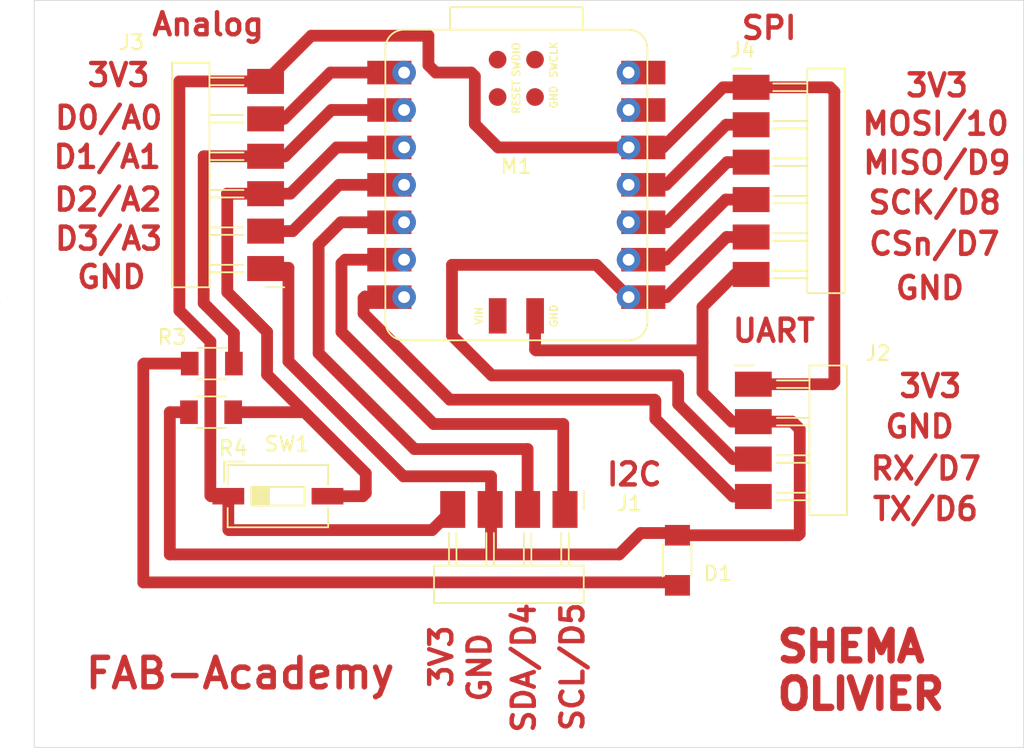
<source format=kicad_pcb>
(kicad_pcb (version 20240108) (generator "pcbnew") (generator_version "8.0")
  (layers (0 "F.Cu" signal) (31 "B.Cu" signal) (34 "B.Paste" user) (35 "F.Paste" user) (36 "B.SilkS" user "B.Silkscreen") (37 "F.SilkS" user "F.Silkscreen") (38 "B.Mask" user) (39 "F.Mask" user) (44 "Edge.Cuts" user))
  (net 0 "")
  (net 1 "GND")
  (net 2 "Net-(D1-A)")
  (net 3 "SCL")
  (net 4 "SDA")
  (net 5 "PWR_3V3")
  (net 6 "RX{slash}CSn")
  (net 7 "TX")
  (net 8 "D3")
  (net 9 "D2")
  (net 10 "D1")
  (net 11 "D0")
  (net 12 "SCK")
  (net 13 "MISO")
  (net 14 "MOSI")
  (footprint "fab-foot:LED_1206" (layer "F.Cu") (at 48.1 39.825 -90)
    (property "Reference" "D1" (at 0.9 -2.75 180) (layer "F.SilkS"))
    (property "Value" "LED")
    (fp_line (start -1.1 1) (end 1.1 1) (stroke (width 0.12)) (layer "F.SilkS"))
    (fp_line (start -1.1 -0.95) (end 1.1 -0.95) (stroke (width 0.12)) (layer "F.SilkS"))
    (pad "1" smd rect (at -1.7 0 270) (size 1.4 1.7) (layers "F.Cu" "F.Paste" "F.Mask") (net 1 "GND"))
    (pad "2" smd rect (at 1.7 0 270) (size 1.4 1.7) (layers "F.Cu" "F.Paste" "F.Mask") (net 2 "Net-(D1-A)"))
  )
  (footprint "fab-foot:SeeedStudio_XIAO_RP2040" (layer "F.Cu") (at 37.165 14.345)
    (property "Reference" "M1" (at 0 -1.27 0) (layer "F.SilkS"))
    (property "Value" "Module_XIAO-RP2040")
    (fp_line (start -8.8875 9.281) (end -8.8875 -9.261) (stroke (width 0.12)) (layer "F.SilkS"))
    (fp_line (start -7.6175 -10.531) (end 7.6225 -10.531) (stroke (width 0.12)) (layer "F.SilkS"))
    (fp_line (start 7.6225 10.551) (end -7.6175 10.551) (stroke (width 0.12)) (layer "F.SilkS"))
    (fp_line (start 8.8925 -9.261) (end 8.8925 9.281) (stroke (width 0.12)) (layer "F.SilkS"))
    (fp_rect (start -4.4975 -10.531) (end 4.5025 -12.055) (stroke (width 0.12)) (fill none) (layer "F.SilkS"))
    (fp_arc (start -8.8875 -9.261) (mid -8.515526 -10.159026) (end -7.6175 -10.531) (stroke (width 0.12)) (layer "F.SilkS"))
    (fp_arc (start -7.6175 10.551) (mid -8.515526 10.179026) (end -8.8875 9.281) (stroke (width 0.12)) (layer "F.SilkS"))
    (fp_arc (start 7.6225 -10.531) (mid 8.520526 -10.159026) (end 8.8925 -9.261) (stroke (width 0.12)) (layer "F.SilkS"))
    (fp_arc (start 8.8925 9.281) (mid 8.520526 10.179026) (end 7.6225 10.551) (stroke (width 0.12)) (layer "F.SilkS"))
    (fp_text user "RESET" (at 0 -5.96 90) (layer "F.SilkS") (effects (font (size 0.5 0.5) (thickness 0.1) (bold yes))))
    (fp_text user "SWDIO" (at 0 -8.5 90) (layer "F.SilkS") (effects (font (size 0.5 0.5) (thickness 0.1) (bold yes))))
    (fp_text user "GND" (at 2.54 -5.96 90) (layer "F.SilkS") (effects (font (size 0.5 0.5) (thickness 0.1) (bold yes))))
    (fp_text user "VIN" (at -2.535 8.89 90) (layer "F.SilkS") (effects (font (size 0.5 0.5) (thickness 0.1) (bold yes))))
    (fp_text user "SWCLK" (at 2.54 -8.5 90) (layer "F.SilkS") (effects (font (size 0.5 0.5) (thickness 0.1) (bold yes))))
    (fp_text user "GND" (at 2.545 8.89 90) (layer "F.SilkS") (effects (font (size 0.5 0.5) (thickness 0.1) (bold yes))))
    (pad "1" thru_hole circle (at -7.615 -7.62) (size 1.6 1.6) (drill 0.8) (layers "*.Cu" "*.Mask") (net 11 "D0"))
    (pad "1" smd rect (at -7.615 -7.62) (size 3 1.6) (drill (offset -1 0)) (layers "F.Cu" "F.Paste" "F.Mask") (net 11 "D0"))
    (pad "2" thru_hole circle (at -7.615 -5.08) (size 1.6 1.6) (drill 0.8) (layers "*.Cu" "*.Mask") (net 10 "D1"))
    (pad "2" smd rect (at -7.615 -5.08) (size 3 1.6) (drill (offset -1 0)) (layers "F.Cu" "F.Paste" "F.Mask") (net 10 "D1"))
    (pad "3" thru_hole circle (at -7.615 -2.54) (size 1.6 1.6) (drill 0.8) (layers "*.Cu" "*.Mask") (net 9 "D2"))
    (pad "3" smd rect (at -7.615 -2.54) (size 3 1.6) (drill (offset -1 0)) (layers "F.Cu" "F.Paste" "F.Mask") (net 9 "D2"))
    (pad "4" thru_hole circle (at -7.615 0) (size 1.6 1.6) (drill 0.8) (layers "*.Cu" "*.Mask") (net 8 "D3"))
    (pad "4" smd rect (at -7.615 0) (size 3 1.6) (drill (offset -1 0)) (layers "F.Cu" "F.Paste" "F.Mask") (net 8 "D3"))
    (pad "5" thru_hole circle (at -7.615 2.54) (size 1.6 1.6) (drill 0.8) (layers "*.Cu" "*.Mask") (net 4 "SDA"))
    (pad "5" smd rect (at -7.615 2.54) (size 3 1.6) (drill (offset -1 0)) (layers "F.Cu" "F.Paste" "F.Mask") (net 4 "SDA"))
    (pad "6" thru_hole circle (at -7.615 5.08) (size 1.6 1.6) (drill 0.8) (layers "*.Cu" "*.Mask") (net 3 "SCL"))
    (pad "6" smd rect (at -7.615 5.08) (size 3 1.6) (drill (offset -1 0)) (layers "F.Cu" "F.Paste" "F.Mask") (net 3 "SCL"))
    (pad "7" thru_hole circle (at -7.615 7.62) (size 1.6 1.6) (drill 0.8) (layers "*.Cu" "*.Mask") (net 7 "TX"))
    (pad "7" smd rect (at -7.615 7.62) (size 3 1.6) (drill (offset -1 0)) (layers "F.Cu" "F.Paste" "F.Mask") (net 7 "TX"))
    (pad "8" thru_hole circle (at 7.62 7.62) (size 1.6 1.6) (drill 0.8) (layers "*.Cu" "*.Mask") (net 6 "RX{slash}CSn"))
    (pad "8" smd rect (at 7.62 7.62) (size 3 1.6) (drill (offset 1 0)) (layers "F.Cu" "F.Paste" "F.Mask") (net 6 "RX{slash}CSn"))
    (pad "9" thru_hole circle (at 7.62 5.08) (size 1.6 1.6) (drill 0.8) (layers "*.Cu" "*.Mask") (net 12 "SCK"))
    (pad "9" smd rect (at 7.62 5.08) (size 3 1.6) (drill (offset 1 0)) (layers "F.Cu" "F.Paste" "F.Mask") (net 12 "SCK"))
    (pad "10" thru_hole circle (at 7.62 2.54) (size 1.6 1.6) (drill 0.8) (layers "*.Cu" "*.Mask") (net 13 "MISO"))
    (pad "10" smd rect (at 7.62 2.54) (size 3 1.6) (drill (offset 1 0)) (layers "F.Cu" "F.Paste" "F.Mask") (net 13 "MISO"))
    (pad "11" thru_hole circle (at 7.62 0) (size 1.6 1.6) (drill 0.8) (layers "*.Cu" "*.Mask") (net 14 "MOSI"))
    (pad "11" smd rect (at 7.62 0) (size 3 1.6) (drill (offset 1 0)) (layers "F.Cu" "F.Paste" "F.Mask") (net 14 "MOSI"))
    (pad "12" thru_hole circle (at 7.62 -2.54) (size 1.6 1.6) (drill 0.8) (layers "*.Cu" "*.Mask") (net 5 "PWR_3V3"))
    (pad "12" smd rect (at 7.62 -2.54) (size 3 1.6) (drill (offset 1 0)) (layers "F.Cu" "F.Paste" "F.Mask") (net 5 "PWR_3V3"))
    (pad "13" thru_hole circle (at 7.62 -5.08) (size 1.6 1.6) (drill 0.8) (layers "*.Cu" "*.Mask"))
    (pad "13" smd rect (at 7.62 -5.08) (size 3 1.6) (drill (offset 1 0)) (layers "F.Cu" "F.Paste" "F.Mask"))
    (pad "14" thru_hole circle (at 7.62 -7.62) (size 1.6 1.6) (drill 0.8) (layers "*.Cu" "*.Mask"))
    (pad "14" smd rect (at 7.62 -7.62) (size 3 1.6) (drill (offset 1 0)) (layers "F.Cu" "F.Paste" "F.Mask"))
    (pad "15" smd rect (at 1.275 8.89 270) (size 2.4 1.2) (layers "F.Cu" "F.Paste" "F.Mask") (net 1 "GND"))
    (pad "16" smd rect (at -1.265 8.89 270) (size 2.4 1.2) (layers "F.Cu" "F.Paste" "F.Mask"))
    (pad "17" smd circle (at -1.27 -8.5) (size 1.2 1.2) (layers "F.Cu" "F.Paste" "F.Mask"))
    (pad "18" smd circle (at -1.27 -5.96) (size 1.2 1.2) (layers "F.Cu" "F.Paste" "F.Mask"))
    (pad "19" smd circle (at 1.27 -5.96) (size 1.2 1.2) (layers "F.Cu" "F.Paste" "F.Mask"))
    (pad "20" smd circle (at 1.27 -8.5) (size 1.2 1.2) (layers "F.Cu" "F.Paste" "F.Mask"))
  )
  (footprint "fab-foot:PinHeader_01x04_P2.54mm_Horizontal_SMD" (layer "F.Cu") (at 40.47 36.375 -90)
    (property "Reference" "J1" (at -0.4 -3.43 180) (layer "F.SilkS") (effects (justify left)))
    (property "Value" "I2C")
    (fp_line (start 3.81 8.89) (end 3.81 -1.27) (stroke (width 0.12)) (layer "F.SilkS"))
    (fp_line (start 6.35 8.89) (end 3.81 8.89) (stroke (width 0.12)) (layer "F.SilkS"))
    (fp_line (start 3.81 7.874) (end 1.6 7.874) (stroke (width 0.12)) (layer "F.SilkS"))
    (fp_line (start 3.81 7.366) (end 1.6 7.366) (stroke (width 0.12)) (layer "F.SilkS"))
    (fp_line (start 3.81 5.334) (end 1.6 5.334) (stroke (width 0.12)) (layer "F.SilkS"))
    (fp_line (start 3.81 4.826) (end 1.6 4.826) (stroke (width 0.12)) (layer "F.SilkS"))
    (fp_line (start 3.81 2.794) (end 1.6 2.794) (stroke (width 0.12)) (layer "F.SilkS"))
    (fp_line (start 3.81 2.286) (end 1.6 2.286) (stroke (width 0.12)) (layer "F.SilkS"))
    (fp_line (start 3.81 0.254) (end 1.6 0.254) (stroke (width 0.12)) (layer "F.SilkS"))
    (fp_line (start 3.81 -0.254) (end 1.6 -0.254) (stroke (width 0.12)) (layer "F.SilkS"))
    (fp_line (start -1.27 -1.27) (end 0 -1.27) (stroke (width 0.12)) (layer "F.SilkS"))
    (fp_line (start 3.81 -1.27) (end 6.35 -1.27) (stroke (width 0.12)) (layer "F.SilkS"))
    (fp_line (start 6.35 -1.27) (end 6.35 8.89) (stroke (width 0.12)) (layer "F.SilkS"))
    (pad "1" smd rect (at 0 0 270) (size 2.5 1.7) (layers "F.Cu" "F.Paste" "F.Mask") (net 3 "SCL"))
    (pad "2" smd rect (at 0 2.54 270) (size 2.5 1.7) (layers "F.Cu" "F.Paste" "F.Mask") (net 4 "SDA"))
    (pad "3" smd rect (at 0 5.08 270) (size 2.5 1.7) (layers "F.Cu" "F.Paste" "F.Mask") (net 1 "GND"))
    (pad "4" smd rect (at 0 7.62 270) (size 2.5 1.7) (layers "F.Cu" "F.Paste" "F.Mask") (net 5 "PWR_3V3"))
  )
  (footprint "fab-foot:PinHeader_01x06_P2.54mm_Horizontal_SMD" (layer "F.Cu") (at 20.15 20.025 180)
    (property "Reference" "J3" (at 10.05 15.35 0) (layer "F.SilkS") (effects (justify left)))
    (property "Value" "Analog pins")
    (fp_line (start 6.35 13.97) (end 3.81 13.97) (stroke (width 0.12)) (layer "F.SilkS"))
    (fp_line (start 6.35 -1.27) (end 6.35 13.97) (stroke (width 0.12)) (layer "F.SilkS"))
    (fp_line (start 3.81 13.97) (end 3.81 -1.27) (stroke (width 0.12)) (layer "F.SilkS"))
    (fp_line (start 3.81 12.954) (end 1.5 12.954) (stroke (width 0.12)) (layer "F.SilkS"))
    (fp_line (start 3.81 12.446) (end 1.5 12.446) (stroke (width 0.12)) (layer "F.SilkS"))
    (fp_line (start 3.81 10.414) (end 1.5 10.414) (stroke (width 0.12)) (layer "F.SilkS"))
    (fp_line (start 3.81 9.906) (end 1.5 9.906) (stroke (width 0.12)) (layer "F.SilkS"))
    (fp_line (start 3.81 7.874) (end 1.5 7.874) (stroke (width 0.12)) (layer "F.SilkS"))
    (fp_line (start 3.81 7.366) (end 1.5 7.366) (stroke (width 0.12)) (layer "F.SilkS"))
    (fp_line (start 3.81 5.334) (end 1.5 5.334) (stroke (width 0.12)) (layer "F.SilkS"))
    (fp_line (start 3.81 4.826) (end 1.5 4.826) (stroke (width 0.12)) (layer "F.SilkS"))
    (fp_line (start 3.81 2.794) (end 1.5 2.794) (stroke (width 0.12)) (layer "F.SilkS"))
    (fp_line (start 3.81 2.286) (end 1.5 2.286) (stroke (width 0.12)) (layer "F.SilkS"))
    (fp_line (start 3.81 0.254) (end 1.5 0.254) (stroke (width 0.12)) (layer "F.SilkS"))
    (fp_line (start 3.81 -0.254) (end 1.5 -0.254) (stroke (width 0.12)) (layer "F.SilkS"))
    (fp_line (start 3.81 -1.27) (end 6.35 -1.27) (stroke (width 0.12)) (layer "F.SilkS"))
    (fp_line (start -1.27 -1.27) (end 0 -1.27) (stroke (width 0.12)) (layer "F.SilkS"))
    (pad "1" smd rect (at 0 0 180) (size 2.5 1.7) (layers "F.Cu" "F.Paste" "F.Mask") (net 1 "GND"))
    (pad "2" smd rect (at 0 2.54 180) (size 2.5 1.7) (layers "F.Cu" "F.Paste" "F.Mask") (net 8 "D3"))
    (pad "3" smd rect (at 0 5.08 180) (size 2.5 1.7) (layers "F.Cu" "F.Paste" "F.Mask") (net 9 "D2"))
    (pad "4" smd rect (at 0 7.62 180) (size 2.5 1.7) (layers "F.Cu" "F.Paste" "F.Mask") (net 10 "D1"))
    (pad "5" smd rect (at 0 10.16 180) (size 2.5 1.7) (layers "F.Cu" "F.Paste" "F.Mask") (net 11 "D0"))
    (pad "6" smd rect (at 0 12.7 180) (size 2.5 1.7) (layers "F.Cu" "F.Paste" "F.Mask") (net 5 "PWR_3V3"))
  )
  (footprint "fab-foot:PinHeader_01x06_P2.54mm_Horizontal_SMD" (layer "F.Cu") (at 53.1 7.725)
    (property "Reference" "J4" (at -1.524 -2.54 180) (layer "F.SilkS") (effects (justify left)))
    (property "Value" "SPI")
    (fp_line (start -1.27 -1.27) (end 0 -1.27) (stroke (width 0.12)) (layer "F.SilkS"))
    (fp_line (start 3.81 -1.27) (end 6.35 -1.27) (stroke (width 0.12)) (layer "F.SilkS"))
    (fp_line (start 3.81 -0.254) (end 1.5 -0.254) (stroke (width 0.12)) (layer "F.SilkS"))
    (fp_line (start 3.81 0.254) (end 1.5 0.254) (stroke (width 0.12)) (layer "F.SilkS"))
    (fp_line (start 3.81 2.286) (end 1.5 2.286) (stroke (width 0.12)) (layer "F.SilkS"))
    (fp_line (start 3.81 2.794) (end 1.5 2.794) (stroke (width 0.12)) (layer "F.SilkS"))
    (fp_line (start 3.81 4.826) (end 1.5 4.826) (stroke (width 0.12)) (layer "F.SilkS"))
    (fp_line (start 3.81 5.334) (end 1.5 5.334) (stroke (width 0.12)) (layer "F.SilkS"))
    (fp_line (start 3.81 7.366) (end 1.5 7.366) (stroke (width 0.12)) (layer "F.SilkS"))
    (fp_line (start 3.81 7.874) (end 1.5 7.874) (stroke (width 0.12)) (layer "F.SilkS"))
    (fp_line (start 3.81 9.906) (end 1.5 9.906) (stroke (width 0.12)) (layer "F.SilkS"))
    (fp_line (start 3.81 10.414) (end 1.5 10.414) (stroke (width 0.12)) (layer "F.SilkS"))
    (fp_line (start 3.81 12.446) (end 1.5 12.446) (stroke (width 0.12)) (layer "F.SilkS"))
    (fp_line (start 3.81 12.954) (end 1.5 12.954) (stroke (width 0.12)) (layer "F.SilkS"))
    (fp_line (start 3.81 13.97) (end 3.81 -1.27) (stroke (width 0.12)) (layer "F.SilkS"))
    (fp_line (start 6.35 -1.27) (end 6.35 13.97) (stroke (width 0.12)) (layer "F.SilkS"))
    (fp_line (start 6.35 13.97) (end 3.81 13.97) (stroke (width 0.12)) (layer "F.SilkS"))
    (pad "1" smd rect (at 0 0) (size 2.5 1.7) (layers "F.Cu" "F.Paste" "F.Mask") (net 5 "PWR_3V3"))
    (pad "2" smd rect (at 0 2.54) (size 2.5 1.7) (layers "F.Cu" "F.Paste" "F.Mask") (net 14 "MOSI"))
    (pad "3" smd rect (at 0 5.08) (size 2.5 1.7) (layers "F.Cu" "F.Paste" "F.Mask") (net 13 "MISO"))
    (pad "4" smd rect (at 0 7.62) (size 2.5 1.7) (layers "F.Cu" "F.Paste" "F.Mask") (net 12 "SCK"))
    (pad "5" smd rect (at 0 10.16) (size 2.5 1.7) (layers "F.Cu" "F.Paste" "F.Mask") (net 6 "RX{slash}CSn"))
    (pad "6" smd rect (at 0 12.7) (size 2.5 1.7) (layers "F.Cu" "F.Paste" "F.Mask") (net 1 "GND"))
  )
  (footprint "Button_Switch_SMD:SW_DIP_SPSTx01_Slide_6.7x4.1mm_W6.73mm_P2.54mm_LowProfile_JPin" (layer "F.Cu") (at 20.985 35.475)
    (property "Reference" "SW1" (at 0.615 -3.55 0) (layer "F.SilkS"))
    (property "Value" "SW_Push")
    (fp_line (start -3.65 -2.35) (end -3.65 -0.967) (stroke (width 0.12)) (layer "F.SilkS"))
    (fp_line (start -3.65 -2.35) (end -2.267 -2.35) (stroke (width 0.12)) (layer "F.SilkS"))
    (fp_line (start -3.41 -2.11) (end -3.41 -0.8) (stroke (width 0.12)) (layer "F.SilkS"))
    (fp_line (start -3.41 -2.11) (end 3.41 -2.11) (stroke (width 0.12)) (layer "F.SilkS"))
    (fp_line (start -3.41 0.8) (end -3.41 2.11) (stroke (width 0.12)) (layer "F.SilkS"))
    (fp_line (start -3.41 2.11) (end 3.41 2.11) (stroke (width 0.12)) (layer "F.SilkS"))
    (fp_line (start -1.81 -0.635) (end -1.81 0.635) (stroke (width 0.12)) (layer "F.SilkS"))
    (fp_line (start -1.81 -0.515) (end -0.603333 -0.515) (stroke (width 0.12)) (layer "F.SilkS"))
    (fp_line (start -1.81 -0.395) (end -0.603333 -0.395) (stroke (width 0.12)) (layer "F.SilkS"))
    (fp_line (start -1.81 -0.275) (end -0.603333 -0.275) (stroke (width 0.12)) (layer "F.SilkS"))
    (fp_line (start -1.81 -0.155) (end -0.603333 -0.155) (stroke (width 0.12)) (layer "F.SilkS"))
    (fp_line (start -1.81 -0.035) (end -0.603333 -0.035) (stroke (width 0.12)) (layer "F.SilkS"))
    (fp_line (start -1.81 0.085) (end -0.603333 0.085) (stroke (width 0.12)) (layer "F.SilkS"))
    (fp_line (start -1.81 0.205) (end -0.603333 0.205) (stroke (width 0.12)) (layer "F.SilkS"))
    (fp_line (start -1.81 0.325) (end -0.603333 0.325) (stroke (width 0.12)) (layer "F.SilkS"))
    (fp_line (start -1.81 0.445) (end -0.603333 0.445) (stroke (width 0.12)) (layer "F.SilkS"))
    (fp_line (start -1.81 0.565) (end -0.603333 0.565) (stroke (width 0.12)) (layer "F.SilkS"))
    (fp_line (start -1.81 0.635) (end 1.81 0.635) (stroke (width 0.12)) (layer "F.SilkS"))
    (fp_line (start -0.603333 -0.635) (end -0.603333 0.635) (stroke (width 0.12)) (layer "F.SilkS"))
    (fp_line (start 1.81 -0.635) (end -1.81 -0.635) (stroke (width 0.12)) (layer "F.SilkS"))
    (fp_line (start 1.81 0.635) (end 1.81 -0.635) (stroke (width 0.12)) (layer "F.SilkS"))
    (fp_line (start 3.41 -2.11) (end 3.41 -0.8) (stroke (width 0.12)) (layer "F.SilkS"))
    (fp_line (start 3.41 0.8) (end 3.41 2.11) (stroke (width 0.12)) (layer "F.SilkS"))
    (pad "1" smd rect (at -3.365 0) (size 2.16 1.12) (layers "F.Cu" "F.Paste" "F.Mask") (net 5 "PWR_3V3"))
    (pad "2" smd rect (at 3.365 0) (size 2.16 1.12) (layers "F.Cu" "F.Paste" "F.Mask") (net 9 "D2"))
  )
  (footprint "fab-foot:PinHeader_01x04_P2.54mm_Horizontal_SMD" (layer "F.Cu") (at 53.25 27.875)
    (property "Reference" "J2" (at 7.5 -2.1 180) (layer "F.SilkS") (effects (justify left)))
    (property "Value" "UART")
    (fp_line (start -1.27 -1.27) (end 0 -1.27) (stroke (width 0.12)) (layer "F.SilkS"))
    (fp_line (start 3.81 -1.27) (end 6.35 -1.27) (stroke (width 0.12)) (layer "F.SilkS"))
    (fp_line (start 3.81 -0.254) (end 1.6 -0.254) (stroke (width 0.12)) (layer "F.SilkS"))
    (fp_line (start 3.81 0.254) (end 1.6 0.254) (stroke (width 0.12)) (layer "F.SilkS"))
    (fp_line (start 3.81 2.286) (end 1.6 2.286) (stroke (width 0.12)) (layer "F.SilkS"))
    (fp_line (start 3.81 2.794) (end 1.6 2.794) (stroke (width 0.12)) (layer "F.SilkS"))
    (fp_line (start 3.81 4.826) (end 1.6 4.826) (stroke (width 0.12)) (layer "F.SilkS"))
    (fp_line (start 3.81 5.334) (end 1.6 5.334) (stroke (width 0.12)) (layer "F.SilkS"))
    (fp_line (start 3.81 7.366) (end 1.6 7.366) (stroke (width 0.12)) (layer "F.SilkS"))
    (fp_line (start 3.81 7.874) (end 1.6 7.874) (stroke (width 0.12)) (layer "F.SilkS"))
    (fp_line (start 3.81 8.89) (end 3.81 -1.27) (stroke (width 0.12)) (layer "F.SilkS"))
    (fp_line (start 6.35 -1.27) (end 6.35 8.89) (stroke (width 0.12)) (layer "F.SilkS"))
    (fp_line (start 6.35 8.89) (end 3.81 8.89) (stroke (width 0.12)) (layer "F.SilkS"))
    (pad "1" smd rect (at 0 0) (size 2.5 1.7) (layers "F.Cu" "F.Paste" "F.Mask") (net 5 "PWR_3V3"))
    (pad "2" smd rect (at 0 2.54) (size 2.5 1.7) (layers "F.Cu" "F.Paste" "F.Mask") (net 1 "GND"))
    (pad "3" smd rect (at 0 5.08) (size 2.5 1.7) (layers "F.Cu" "F.Paste" "F.Mask") (net 6 "RX{slash}CSn"))
    (pad "4" smd rect (at 0 7.62) (size 2.5 1.7) (layers "F.Cu" "F.Paste" "F.Mask") (net 7 "TX"))
  )
  (footprint "fab-foot:R_1206" (layer "F.Cu") (at 16.5 26.475 180)
    (property "Reference" "R3" (at 2.7 1.8 0) (layer "F.SilkS"))
    (property "Value" "R")
    (fp_line (start 1 1.07) (end -1 1.07) (stroke (width 0.12)) (layer "F.SilkS"))
    (fp_line (start -1 -1.07) (end 1 -1.07) (stroke (width 0.12)) (layer "F.SilkS"))
    (pad "1" smd rect (at -1.5 0 180) (size 1.2 1.6) (layers "F.Cu" "F.Paste" "F.Mask") (net 10 "D1"))
    (pad "2" smd rect (at 1.5 0 180) (size 1.2 1.6) (layers "F.Cu" "F.Paste" "F.Mask") (net 2 "Net-(D1-A)"))
  )
  (footprint "fab-foot:R_1206" (layer "F.Cu") (at 16.45 29.775 180)
    (property "Reference" "R4" (at -1.5 -2.45 0) (layer "F.SilkS"))
    (property "Value" "R")
    (fp_line (start 1 1.07) (end -1 1.07) (stroke (width 0.12)) (layer "F.SilkS"))
    (fp_line (start -1 -1.07) (end 1 -1.07) (stroke (width 0.12)) (layer "F.SilkS"))
    (pad "1" smd rect (at -1.5 0 180) (size 1.2 1.6) (layers "F.Cu" "F.Paste" "F.Mask") (net 9 "D2"))
    (pad "2" smd rect (at 1.5 0 180) (size 1.2 1.6) (layers "F.Cu" "F.Paste" "F.Mask") (net 1 "GND"))
  )
  (gr_rect (start 4.45 1.825) (end 71.6 52.525) (stroke (width 0.05)) (fill none) (layer "Edge.Cuts"))
  (gr_line (start 2.15 22.325) (end 2.15 22.325) (stroke (width 0.05)) (layer "Edge.Cuts"))
  (gr_text "GND" (at 35.55 49.575 90) (layer "F.Cu") (effects (font (size 1.5 1.5) (thickness 0.3) (bold yes)) (justify left bottom)))
  (gr_text "D3/A3" (at 5.7 18.875 0) (layer "F.Cu") (effects (font (size 1.5 1.5) (thickness 0.3) (bold yes)) (justify left bottom)))
  (gr_text "GND" (at 7.2 21.475 0) (layer "F.Cu") (effects (font (size 1.5 1.5) (thickness 0.3) (bold yes)) (justify left bottom)))
  (gr_text "SCK/D8" (at 60.9 16.425 0) (layer "F.Cu") (effects (font (size 1.5 1.5) (thickness 0.3) (bold yes)) (justify left bottom)))
  (gr_text "MOSI/10" (at 60.5 11.075 0) (layer "F.Cu") (effects (font (size 1.5 1.5) (thickness 0.3) (bold yes)) (justify left bottom)))
  (gr_text "D1/A1" (at 5.6 13.325 0) (layer "F.Cu") (effects (font (size 1.5 1.5) (thickness 0.3) (bold yes)) (justify left bottom)))
  (gr_text "SHEMA\nOLIVIER" (at 54.65 50.075 0) (layer "F.Cu") (effects (font (size 2 2) (thickness 0.5) (bold yes)) (justify left bottom)))
  (gr_text "SDA/D4" (at 38.55 51.675 90) (layer "F.Cu") (effects (font (size 1.5 1.5) (thickness 0.3) (bold yes)) (justify left bottom)))
  (gr_text "UART" (at 51.7 25.125 0) (layer "F.Cu") (effects (font (size 1.5 1.5) (thickness 0.3) (bold yes)) (justify left bottom)))
  (gr_text "Analog" (at 12.3 4.325 0) (layer "F.Cu") (effects (font (size 1.5 1.5) (thickness 0.3) (bold yes)) (justify left bottom)))
  (gr_text "3V3" (at 63 28.875 0) (layer "F.Cu") (effects (font (size 1.5 1.5) (thickness 0.3) (bold yes)) (justify left bottom)))
  (gr_text "MISO/D9" (at 60.55 13.725 0) (layer "F.Cu") (effects (font (size 1.5 1.5) (thickness 0.3) (bold yes)) (justify left bottom)))
  (gr_text "FAB-Academy" (at 7.75 48.675 0) (layer "F.Cu") (effects (font (size 2 2) (thickness 0.375) (bold yes)) (justify left bottom)))
  (gr_text "3V3" (at 32.95 48.625 90) (layer "F.Cu") (effects (font (size 1.5 1.5) (thickness 0.3) (bold yes)) (justify left bottom)))
  (gr_text "CSn/D7" (at 60.95 19.225 0) (layer "F.Cu") (effects (font (size 1.5 1.5) (thickness 0.3) (bold yes)) (justify left bottom)))
  (gr_text "3V3" (at 63.45 8.475 0) (layer "F.Cu") (effects (font (size 1.5 1.5) (thickness 0.3) (bold yes)) (justify left bottom)))
  (gr_text "D0/A0" (at 5.7 10.675 0) (layer "F.Cu") (effects (font (size 1.5 1.5) (thickness 0.3) (bold yes)) (justify left bottom)))
  (gr_text "D2/A2" (at 5.65 16.225 0) (layer "F.Cu") (effects (font (size 1.5 1.5) (thickness 0.3) (bold yes)) (justify left bottom)))
  (gr_text "I2C" (at 43.15 34.875 0) (layer "F.Cu") (effects (font (size 1.5 1.5) (thickness 0.3) (bold yes)) (justify left bottom)))
  (gr_text "GND" (at 62.05 31.625 0) (layer "F.Cu") (effects (font (size 1.5 1.5) (thickness 0.3) (bold yes)) (justify left bottom)))
  (gr_text "SPI" (at 52.3 4.575 0) (layer "F.Cu") (effects (font (size 1.5 1.5) (thickness 0.3) (bold yes)) (justify left bottom)))
  (gr_text "SCL/D5" (at 41.85 51.575 90) (layer "F.Cu") (effects (font (size 1.5 1.5) (thickness 0.3) (bold yes)) (justify left bottom)))
  (gr_text "TX/D6" (at 61.2 37.225 0) (layer "F.Cu") (effects (font (size 1.5 1.5) (thickness 0.3) (bold yes)) (justify left bottom)))
  (gr_text "3V3" (at 7.9 7.775 0) (layer "F.Cu") (effects (font (size 1.5 1.5) (thickness 0.3) (bold yes)) (justify left bottom)))
  (gr_text "RX/D7" (at 61.05 34.475 0) (layer "F.Cu") (effects (font (size 1.5 1.5) (thickness 0.3) (bold yes)) (justify left bottom)))
  (gr_text "GND" (at 62.75 22.225 0) (layer "F.Cu") (effects (font (size 1.5 1.5) (thickness 0.3) (bold yes)) (justify left bottom)))
  (segment (start 38.44 23.235) (end 38.44 25.515) (width 0.8) (layer "F.Cu") (net 1))
  (segment (start 20.15 20.025) (end 20.2 19.975) (width 0.8) (layer "F.Cu") (net 1))
  (segment (start 14.95 29.775) (end 13.65 29.775) (width 0.8) (layer "F.Cu") (net 1))
  (segment (start 20.15 20.025) (end 20.85 20.025) (width 0.8) (layer "F.Cu") (net 1))
  (segment (start 13.65 29.775) (end 13.65 39.425) (width 0.8) (layer "F.Cu") (net 1))
  (segment (start 29.5 34.125) (end 35.45 34.125) (width 0.8) (layer "F.Cu") (net 1))
  (segment (start 49.65 25.575) (end 49.8 25.425) (width 0.8) (layer "F.Cu") (net 1))
  (segment (start 21.7 19.975) (end 21.7 26.325) (width 0.8) (layer "F.Cu") (net 1))
  (segment (start 38.44 25.515) (end 38.5 25.575) (width 0.8) (layer "F.Cu") (net 1))
  (segment (start 13.65 39.425) (end 44.15 39.425) (width 0.8) (layer "F.Cu") (net 1))
  (segment (start 56.3 38.125) (end 56.4 38.025) (width 0.8) (layer "F.Cu") (net 1))
  (segment (start 56.4 30.925) (end 55.89 30.415) (width 0.8) (layer "F.Cu") (net 1))
  (segment (start 49.8 28.425) (end 51.79 30.415) (width 0.8) (layer "F.Cu") (net 1))
  (segment (start 45.6 37.975) (end 48.15 37.975) (width 0.8) (layer "F.Cu") (net 1))
  (segment (start 38.5 25.575) (end 49.65 25.575) (width 0.8) (layer "F.Cu") (net 1))
  (segment (start 21.7 26.325) (end 29.5 34.125) (width 0.8) (layer "F.Cu") (net 1))
  (segment (start 52 20.425) (end 53.1 20.425) (width 0.8) (layer "F.Cu") (net 1))
  (segment (start 51.79 30.415) (end 53.25 30.415) (width 0.8) (layer "F.Cu") (net 1))
  (segment (start 35.45 34.125) (end 35.45 39.425) (width 0.8) (layer "F.Cu") (net 1))
  (segment (start 20.2 19.975) (end 21.7 19.975) (width 0.8) (layer "F.Cu") (net 1))
  (segment (start 49.8 24.975) (end 49.8 28.425) (width 0.8) (layer "F.Cu") (net 1))
  (segment (start 55.89 30.415) (end 53.25 30.415) (width 0.8) (layer "F.Cu") (net 1))
  (segment (start 44.15 39.425) (end 45.6 37.975) (width 0.8) (layer "F.Cu") (net 1))
  (segment (start 49.8 22.625) (end 52 20.425) (width 0.8) (layer "F.Cu") (net 1))
  (segment (start 56.4 38.025) (end 56.4 30.925) (width 0.8) (layer "F.Cu") (net 1))
  (segment (start 49.8 25.075) (end 49.8 22.625) (width 0.8) (layer "F.Cu") (net 1))
  (segment (start 48.1 38.125) (end 56.3 38.125) (width 0.8) (layer "F.Cu") (net 1))
  (segment (start 11.85 41.325) (end 11.85 26.525) (width 0.8) (layer "F.Cu") (net 2))
  (segment (start 11.9 26.475) (end 15 26.475) (width 0.8) (layer "F.Cu") (net 2))
  (segment (start 48.1 41.525) (end 47.9 41.325) (width 0.8) (layer "F.Cu") (net 2))
  (segment (start 47.9 41.325) (end 11.85 41.325) (width 0.8) (layer "F.Cu") (net 2))
  (segment (start 11.85 26.525) (end 11.9 26.475) (width 0.8) (layer "F.Cu") (net 2))
  (segment (start 40.35 30.575) (end 40.35 37.175) (width 0.8) (layer "F.Cu") (net 3))
  (segment (start 25.3 19.675) (end 25.3 24.325) (width 0.8) (layer "F.Cu") (net 3))
  (segment (start 29.55 19.425) (end 25.55 19.425) (width 0.8) (layer "F.Cu") (net 3))
  (segment (start 25.3 24.325) (end 31.55 30.575) (width 0.8) (layer "F.Cu") (net 3))
  (segment (start 25.55 19.425) (end 25.3 19.675) (width 0.8) (layer "F.Cu") (net 3))
  (segment (start 31.55 30.575) (end 40.35 30.575) (width 0.8) (layer "F.Cu") (net 3))
  (segment (start 30.25 32.275) (end 23.75 25.775) (width 0.8) (layer "F.Cu") (net 4))
  (segment (start 23.75 25.775) (end 23.75 18.395) (width 0.8) (layer "F.Cu") (net 4))
  (segment (start 25.26 16.885) (end 29.55 16.885) (width 0.8) (layer "F.Cu") (net 4))
  (segment (start 23.75 18.395) (end 25.26 16.885) (width 0.8) (layer "F.Cu") (net 4))
  (segment (start 37.93 32.275) (end 30.25 32.275) (width 0.8) (layer "F.Cu") (net 4))
  (segment (start 37.93 36.375) (end 37.93 32.275) (width 0.8) (layer "F.Cu") (net 4))
  (segment (start 58.75 8.025) (end 58.45 7.725) (width 0.8) (layer "F.Cu") (net 5))
  (segment (start 16.4 24.975) (end 16.4 35.425) (width 0.8) (layer "F.Cu") (net 5))
  (segment (start 58.75 27.725) (end 58.75 8.025) (width 0.8) (layer "F.Cu") (net 5))
  (segment (start 14.3 7.325) (end 14.3 22.875) (width 0.8) (layer "F.Cu") (net 5))
  (segment (start 20.15 7.325) (end 14.3 7.325) (width 0.8) (layer "F.Cu") (net 5))
  (segment (start 16.4 35.425) (end 16.45 35.475) (width 0.8) (layer "F.Cu") (net 5))
  (segment (start 58.45 7.725) (end 53.1 7.725) (width 0.8) (layer "F.Cu") (net 5))
  (segment (start 31.5 6.525) (end 31.2 6.225) (width 0.8) (layer "F.Cu") (net 5))
  (segment (start 34.35 10.225) (end 34.35 6.975) (width 0.8) (layer "F.Cu") (net 5))
  (segment (start 51.2 7.725) (end 53.1 7.725) (width 0.8) (layer "F.Cu") (net 5))
  (segment (start 58.6 27.875) (end 58.75 27.725) (width 0.8) (layer "F.Cu") (net 5))
  (segment (start 31.7 6.725) (end 31.55 6.575) (width 0.8) (layer "F.Cu") (net 5))
  (segment (start 47.12 11.805) (end 51.2 7.725) (width 0.8) (layer "F.Cu") (net 5))
  (segment (start 34.1 6.725) (end 31.7 6.725) (width 0.8) (layer "F.Cu") (net 5))
  (segment (start 17.65 37.775) (end 31.45 37.775) (width 0.8) (layer "F.Cu") (net 5))
  (segment (start 35.93 11.805) (end 34.35 10.225) (width 0.8) (layer "F.Cu") (net 5))
  (segment (start 16.45 35.475) (end 17.62 35.475) (width 0.8) (layer "F.Cu") (net 5))
  (segment (start 17.62 35.475) (end 17.62 37.745) (width 0.8) (layer "F.Cu") (net 5))
  (segment (start 31.45 37.775) (end 32.85 36.375) (width 0.8) (layer "F.Cu") (net 5))
  (segment (start 23.25 4.225) (end 20.15 7.325) (width 0.8) (layer "F.Cu") (net 5))
  (segment (start 31.2 4.225) (end 23.25 4.225) (width 0.8) (layer "F.Cu") (net 5))
  (segment (start 14.3 22.875) (end 16.4 24.975) (width 0.8) (layer "F.Cu") (net 5))
  (segment (start 44.785 11.805) (end 35.93 11.805) (width 0.8) (layer "F.Cu") (net 5))
  (segment (start 44.785 11.805) (end 47.12 11.805) (width 0.8) (layer "F.Cu") (net 5))
  (segment (start 53.25 27.875) (end 58.6 27.875) (width 0.8) (layer "F.Cu") (net 5))
  (segment (start 34.35 6.975) (end 34.1 6.725) (width 0.8) (layer "F.Cu") (net 5))
  (segment (start 31.2 6.225) (end 31.2 4.225) (width 0.8) (layer "F.Cu") (net 5))
  (segment (start 17.62 37.745) (end 17.65 37.775) (width 0.8) (layer "F.Cu") (net 5))
  (segment (start 35.5 27.275) (end 48.15 27.275) (width 0.8) (layer "F.Cu") (net 6))
  (segment (start 48.15 27.275) (end 48.15 29.225) (width 0.8) (layer "F.Cu") (net 6))
  (segment (start 32.8 19.775) (end 32.8 24.575) (width 0.8) (layer "F.Cu") (net 6))
  (segment (start 51.88 32.955) (end 53.25 32.955) (width 0.8) (layer "F.Cu") (net 6))
  (segment (start 42.595 19.775) (end 32.8 19.775) (width 0.8) (layer "F.Cu") (net 6))
  (segment (start 51.44 17.885) (end 53.1 17.885) (width 0.8) (layer "F.Cu") (net 6))
  (segment (start 44.785 21.965) (end 47.36 21.965) (width 0.8) (layer "F.Cu") (net 6))
  (segment (start 48.15 29.225) (end 51.88 32.955) (width 0.8) (layer "F.Cu") (net 6))
  (segment (start 44.785 21.965) (end 42.595 19.775) (width 0.8) (layer "F.Cu") (net 6))
  (segment (start 47.36 21.965) (end 51.44 17.885) (width 0.8) (layer "F.Cu") (net 6))
  (segment (start 32.8 24.575) (end 35.5 27.275) (width 0.8) (layer "F.Cu") (net 6))
  (segment (start 46.6 28.975) (end 46.55 28.925) (width 0.8) (layer "F.Cu") (net 7))
  (segment (start 53.25 35.495) (end 51.87 35.495) (width 0.8) (layer "F.Cu") (net 7))
  (segment (start 32.65 28.925) (end 26.8 23.075) (width 0.8) (layer "F.Cu") (net 7))
  (segment (start 51.87 35.495) (end 46.6 30.225) (width 0.8) (layer "F.Cu") (net 7))
  (segment (start 26.8 22.025) (end 26.9 21.925) (width 0.8) (layer "F.Cu") (net 7))
  (segment (start 26.9 21.925) (end 26.94 21.965) (width 0.8) (layer "F.Cu") (net 7))
  (segment (start 26.94 21.965) (end 29.55 21.965) (width 0.8) (layer "F.Cu") (net 7))
  (segment (start 26.8 23.075) (end 26.8 22.025) (width 0.8) (layer "F.Cu") (net 7))
  (segment (start 46.6 30.225) (end 46.6 28.975) (width 0.8) (layer "F.Cu") (net 7))
  (segment (start 46.55 28.925) (end 32.65 28.925) (width 0.8) (layer "F.Cu") (net 7))
  (segment (start 20.15 17.485) (end 20.31 17.325) (width 0.8) (layer "F.Cu") (net 8))
  (segment (start 25.13 14.345) (end 29.55 14.345) (width 0.8) (layer "F.Cu") (net 8))
  (segment (start 20.15 17.485) (end 21.99 17.485) (width 0.8) (layer "F.Cu") (net 8))
  (segment (start 21.99 17.485) (end 25.13 14.345) (width 0.8) (layer "F.Cu") (net 8))
  (segment (start 26.95 35.275) (end 26.75 35.475) (width 0.8) (layer "F.Cu") (net 9))
  (segment (start 20.25 27.225) (end 22.725 29.7) (width 0.8) (layer "F.Cu") (net 9))
  (segment (start 20.15 14.945) (end 17.53 14.945) (width 0.8) (layer "F.Cu") (net 9))
  (segment (start 26.75 35.475) (end 24.35 35.475) (width 0.8) (layer "F.Cu") (net 9))
  (segment (start 17.55 21.625) (end 20.25 24.325) (width 0.8) (layer "F.Cu") (net 9))
  (segment (start 22.725 29.7) (end 26.95 33.925) (width 0.8) (layer "F.Cu") (net 9))
  (segment (start 17.55 14.965) (end 17.55 21.625) (width 0.8) (layer "F.Cu") (net 9))
  (segment (start 17.53 14.945) (end 17.55 14.965) (width 0.8) (layer "F.Cu") (net 9))
  (segment (start 17.95 29.775) (end 22.65 29.775) (width 0.8) (layer "F.Cu") (net 9))
  (segment (start 24.97 11.805) (end 29.55 11.805) (width 0.8) (layer "F.Cu") (net 9))
  (segment (start 26.95 33.925) (end 26.95 35.275) (width 0.8) (layer "F.Cu") (net 9))
  (segment (start 20.25 24.325) (end 20.25 27.225) (width 0.8) (layer "F.Cu") (net 9))
  (segment (start 22.65 29.775) (end 22.725 29.7) (width 0.8) (layer "F.Cu") (net 9))
  (segment (start 21.83 14.945) (end 24.97 11.805) (width 0.8) (layer "F.Cu") (net 9))
  (segment (start 20.15 14.945) (end 21.83 14.945) (width 0.8) (layer "F.Cu") (net 9))
  (segment (start 18 26.475) (end 18 24.425) (width 0.8) (layer "F.Cu") (net 10))
  (segment (start 20.15 12.405) (end 21.47 12.405) (width 0.8) (layer "F.Cu") (net 10))
  (segment (start 15.95 12.405) (end 20.15 12.405) (width 0.8) (layer "F.Cu") (net 10))
  (segment (start 15.95 22.375) (end 15.95 12.405) (width 0.8) (layer "F.Cu") (net 10))
  (segment (start 18 24.425) (end 15.95 22.375) (width 0.8) (layer "F.Cu") (net 10))
  (segment (start 24.61 9.265) (end 29.55 9.265) (width 0.8) (layer "F.Cu") (net 10))
  (segment (start 21.47 12.405) (end 24.61 9.265) (width 0.8) (layer "F.Cu") (net 10))
  (segment (start 21.41 9.865) (end 24.55 6.725) (width 0.8) (layer "F.Cu") (net 11))
  (segment (start 20.15 9.865) (end 21.41 9.865) (width 0.8) (layer "F.Cu") (net 11))
  (segment (start 24.55 6.725) (end 29.55 6.725) (width 0.8) (layer "F.Cu") (net 11))
  (segment (start 51.38 15.345) (end 53.1 15.345) (width 0.8) (layer "F.Cu") (net 12))
  (segment (start 44.785 19.425) (end 47.3 19.425) (width 0.8) (layer "F.Cu") (net 12))
  (segment (start 47.3 19.425) (end 51.38 15.345) (width 0.8) (layer "F.Cu") (net 12))
  (segment (start 44.785 16.885) (end 47.39 16.885) (width 0.8) (layer "F.Cu") (net 13))
  (segment (start 51.47 12.805) (end 53.1 12.805) (width 0.8) (layer "F.Cu") (net 13))
  (segment (start 47.39 16.885) (end 51.47 12.805) (width 0.8) (layer "F.Cu") (net 13))
  (segment (start 47.33 14.345) (end 51.41 10.265) (width 0.8) (layer "F.Cu") (net 14))
  (segment (start 51.41 10.265) (end 53.1 10.265) (width 0.8) (layer "F.Cu") (net 14))
  (segment (start 44.785 14.345) (end 47.33 14.345) (width 0.8) (layer "F.Cu") (net 14))
)
</source>
